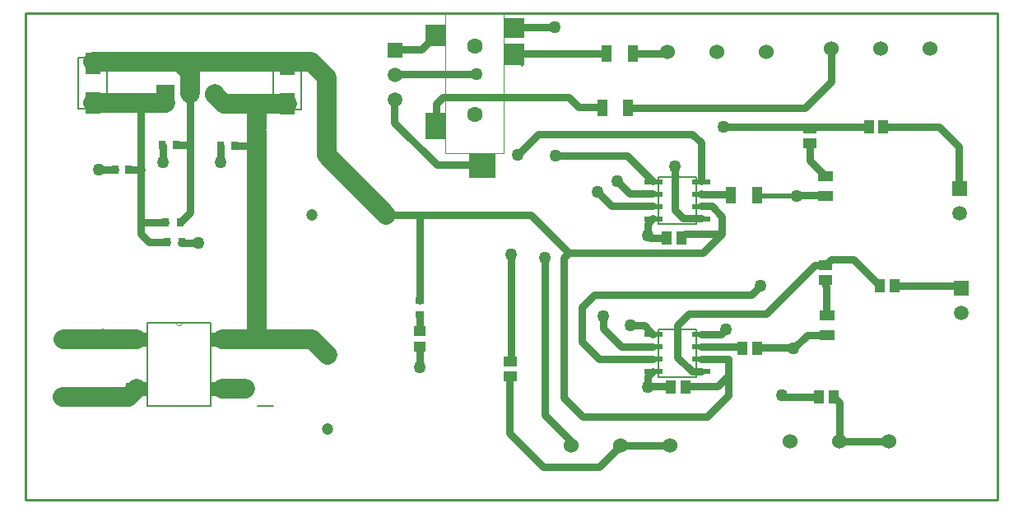
<source format=gtl>
G04*
G04 #@! TF.GenerationSoftware,Altium Limited,Altium Designer,18.0.12 (696)*
G04*
G04 Layer_Physical_Order=1*
G04 Layer_Color=255*
%FSLAX43Y43*%
%MOMM*%
G71*
G01*
G75*
%ADD11C,0.000*%
%ADD13C,0.254*%
%ADD14C,0.127*%
%ADD16C,0.152*%
%ADD18C,0.198*%
%ADD19R,1.100X1.400*%
%ADD20R,0.900X0.700*%
%ADD21R,1.300X1.000*%
%ADD22R,2.700X2.600*%
%ADD23R,2.100X2.700*%
%ADD24R,2.100X2.200*%
%ADD25R,2.100X2.000*%
%ADD26R,1.970X0.600*%
%ADD27R,1.524X1.016*%
%ADD28R,1.400X1.100*%
%ADD29R,1.100X1.700*%
%ADD30R,2.235X1.245*%
%ADD31R,0.800X0.900*%
%ADD32R,0.700X0.900*%
%ADD33R,1.530X2.210*%
%ADD59C,0.800*%
%ADD60C,2.000*%
%ADD61C,2.000*%
%ADD62C,0.500*%
%ADD63C,1.524*%
%ADD64C,1.200*%
%ADD65R,1.200X1.200*%
%ADD66R,1.200X1.200*%
%ADD67C,1.600*%
%ADD68R,1.500X1.500*%
%ADD69C,1.500*%
%ADD70R,1.950X1.950*%
%ADD71C,1.950*%
%ADD72C,1.270*%
D11*
X93249Y63271D02*
X93300Y63322D01*
X99015Y36760D02*
X99035Y36779D01*
X91895Y43567D02*
G03*
X92505Y43567I305J0D01*
G01*
X119606Y75509D02*
X125606D01*
X119606Y61009D02*
X125606D01*
Y75509D01*
X119606Y61009D02*
Y72809D01*
X119606Y71397D02*
Y75509D01*
D13*
X155372Y40996D02*
X155423Y40945D01*
X151642Y56769D02*
X151769Y56642D01*
X148876Y56835D02*
X148942Y56769D01*
X127400Y70150D02*
X127450Y70100D01*
X80188Y41758D02*
X80270Y41840D01*
X90300Y65680D02*
X90770Y66150D01*
X83000Y66200D02*
X83100D01*
X83150Y66150D01*
X83300D01*
X93300Y70100D02*
X93400Y70200D01*
X83300Y70400D02*
X83300Y70400D01*
X83300Y70250D02*
Y70400D01*
X76403Y25400D02*
X176403D01*
Y75413D01*
X76403D02*
X176403D01*
X76403Y25400D02*
Y75413D01*
D14*
X141501Y37999D02*
Y42899D01*
X145401Y37999D02*
Y42899D01*
X141501D02*
X145401D01*
X141501Y37999D02*
X145401D01*
X141501Y53699D02*
X145401D01*
X141501Y58599D02*
X145401D01*
Y53699D02*
Y58599D01*
X141501Y53699D02*
Y58599D01*
X101850Y65500D02*
X104750D01*
X101850D02*
Y70800D01*
X104750D01*
Y65500D02*
Y70800D01*
X81850Y70850D02*
X84750D01*
Y65550D02*
Y70850D01*
X81850Y65550D02*
X84750D01*
X81850D02*
Y70850D01*
D16*
X95451Y41230D02*
Y42450D01*
X97356D01*
Y41230D02*
Y42450D01*
X95451Y41230D02*
X97356D01*
X95451Y36150D02*
Y37370D01*
X97356D01*
Y36150D02*
Y37370D01*
X95451Y36150D02*
X97356D01*
X88949D02*
Y37370D01*
X87044Y36150D02*
X88949D01*
X87044D02*
Y37370D01*
X88949D01*
Y41230D02*
Y42450D01*
X87044Y41230D02*
X88949D01*
X87044D02*
Y42450D01*
X88949D01*
Y35033D02*
X95451D01*
X88949D02*
Y43567D01*
X91895D01*
X92505D01*
X95451D01*
Y35033D02*
Y43567D01*
D18*
X85061Y35564D02*
X84614Y35832D01*
X84257Y35564D01*
X83900Y35742D01*
X84764Y42657D02*
X84318Y42925D01*
X83961Y42657D01*
X83604Y42836D01*
X101865Y35038D02*
X100259D01*
X100989Y42569D02*
Y40962D01*
X101793Y41765D02*
X100186D01*
D19*
X163156Y63703D02*
D03*
X164656D02*
D03*
X142354Y52273D02*
D03*
X143854D02*
D03*
X144260Y36982D02*
D03*
X142760D02*
D03*
X151677Y40945D02*
D03*
X150177D02*
D03*
X158037Y35992D02*
D03*
X159537D02*
D03*
X165799Y47371D02*
D03*
X164299D02*
D03*
D20*
X116942Y45899D02*
D03*
Y44399D02*
D03*
D21*
Y41123D02*
D03*
Y42723D02*
D03*
D22*
X123354Y59706D02*
D03*
D23*
X118558Y63809D02*
D03*
D24*
X118556Y73109D02*
D03*
X126656Y71209D02*
D03*
D25*
Y73909D02*
D03*
D26*
X140976Y42354D02*
D03*
Y41084D02*
D03*
Y39814D02*
D03*
Y38544D02*
D03*
X145926D02*
D03*
Y39814D02*
D03*
Y41084D02*
D03*
Y42354D02*
D03*
X145926Y58054D02*
D03*
Y56784D02*
D03*
Y55514D02*
D03*
Y54244D02*
D03*
X140976D02*
D03*
Y55514D02*
D03*
Y56784D02*
D03*
Y58054D02*
D03*
D27*
X158648Y56642D02*
D03*
Y58674D02*
D03*
X158852Y44323D02*
D03*
Y42291D02*
D03*
D28*
X157099Y62064D02*
D03*
Y63564D02*
D03*
X126238Y39587D02*
D03*
Y38087D02*
D03*
X158699Y49467D02*
D03*
Y47967D02*
D03*
D29*
X148993Y56718D02*
D03*
X151693D02*
D03*
X136166Y71222D02*
D03*
X138866D02*
D03*
X135708Y65710D02*
D03*
X138408D02*
D03*
D30*
X96594Y41840D02*
D03*
Y36760D02*
D03*
X87806D02*
D03*
Y41840D02*
D03*
D31*
X91875Y61824D02*
D03*
X90475D02*
D03*
X86998Y59334D02*
D03*
X85598D02*
D03*
X97866Y61747D02*
D03*
X96466D02*
D03*
D32*
X90817Y53924D02*
D03*
X92317D02*
D03*
X90944Y51841D02*
D03*
X92444D02*
D03*
D33*
X103300Y66100D02*
D03*
Y70200D02*
D03*
X83300Y70250D02*
D03*
Y66150D02*
D03*
D59*
X158648Y49518D02*
X159248Y50118D01*
X157620Y49518D02*
X158648D01*
X152578Y44475D02*
X157620Y49518D01*
X144628Y44475D02*
X152578D01*
X164605Y63754D02*
X170332D01*
X172400Y57440D02*
Y61686D01*
X170332Y63754D02*
X172400Y61686D01*
X145875Y55565D02*
X146975D01*
X143803Y52324D02*
X144235Y52756D01*
X145875Y39865D02*
X148679D01*
X144209Y37033D02*
X147587D01*
X93300Y63322D02*
Y67160D01*
X133706Y33884D02*
X146456D01*
X131724Y35865D02*
X133706Y33884D01*
X131724Y35865D02*
Y50241D01*
X138299Y60731D02*
X140925Y58105D01*
X138299Y60731D02*
X138303D01*
X130937D02*
X138299D01*
X126314Y39841D02*
X126517Y39637D01*
X129134Y62992D02*
X145009D01*
X127025Y60884D02*
X129134Y62992D01*
X128409Y54675D02*
X132283Y50800D01*
X116942Y54675D02*
X128409D01*
X116942Y45899D02*
Y54675D01*
X118687Y59799D02*
X123405D01*
X114325Y64160D02*
X118687Y59799D01*
X114325Y64160D02*
Y66599D01*
X160147Y31344D02*
X165227D01*
X159537Y35992D02*
X160147Y35382D01*
Y31344D02*
Y35382D01*
X154190Y35992D02*
X158037D01*
X145875Y42405D02*
X147942D01*
X154190Y35992D02*
Y36093D01*
X129819Y34061D02*
X132537Y31344D01*
X137617Y30937D02*
X142697D01*
X126187Y32233D02*
Y38137D01*
X135433Y28753D02*
X137617Y30937D01*
X129667Y28753D02*
X135433D01*
X126187Y32233D02*
X129667Y28753D01*
X132537Y30937D02*
Y31344D01*
X159258Y68402D02*
Y71806D01*
X156566Y65710D02*
X159258Y68402D01*
X138408Y65710D02*
X156566D01*
X142240Y71222D02*
X142443Y71425D01*
X138866Y71222D02*
X142240D01*
X126707Y71301D02*
X136166D01*
X116942Y39040D02*
X116967Y39014D01*
X116942Y39040D02*
Y41123D01*
Y42723D02*
Y44399D01*
X113510Y54700D02*
X116916D01*
X92419Y51816D02*
X92444Y51841D01*
X92419Y51816D02*
X94183D01*
X83947Y59334D02*
X85598D01*
X88279Y66063D02*
X88367Y66150D01*
X88279Y59334D02*
Y66063D01*
X90475Y61824D02*
X90500Y61798D01*
Y60096D02*
Y61798D01*
X93300Y61874D02*
Y63322D01*
Y54907D02*
Y61874D01*
X93249Y61824D02*
X93300Y61874D01*
X91875Y61824D02*
X93249D01*
X96466Y60122D02*
Y61747D01*
X99619Y62586D02*
X100225Y63192D01*
X97866Y61747D02*
X99692D01*
X92317Y53924D02*
X93300Y54907D01*
X88279Y59334D02*
X88290Y59346D01*
X88279Y59334D02*
X88279Y59334D01*
X86998Y59334D02*
X88279D01*
X88279Y53899D02*
Y59334D01*
Y52691D02*
Y53899D01*
X88305Y53924D01*
X90817D01*
X89129Y51841D02*
X90944D01*
X88279Y52691D02*
X89129Y51841D01*
X148213Y63758D02*
X157048D01*
X144028Y54295D02*
X145875D01*
X143180Y55143D02*
X144028Y54295D01*
X143180Y55143D02*
Y59690D01*
X126707Y74001D02*
X130875D01*
X140360Y53730D02*
X140925Y54295D01*
X140360Y52578D02*
Y53730D01*
Y52578D02*
X140614Y52324D01*
X142303D01*
X143485Y43332D02*
X144628Y44475D01*
X143485Y40046D02*
Y43332D01*
Y40046D02*
X144935Y38595D01*
X135788Y43002D02*
X137687Y41104D01*
X135788Y43002D02*
Y44247D01*
X138659Y43307D02*
X140023D01*
X140925Y42405D01*
X137687Y41104D02*
X140894D01*
X135370Y39865D02*
X140925D01*
X133629Y41605D02*
X135370Y39865D01*
X133629Y41605D02*
Y45187D01*
X134899Y46457D02*
X151079D01*
X133629Y45187D02*
X134899Y46457D01*
X131724Y50241D02*
X132283Y50800D01*
X140894Y41104D02*
X140925Y41135D01*
X140437Y37033D02*
Y38107D01*
X140925Y38595D01*
X140437Y37033D02*
X142709D01*
X148679Y38125D02*
Y39865D01*
Y36106D02*
Y38125D01*
X147587Y37033D02*
X148679Y38125D01*
X142604Y37138D02*
X142709Y37033D01*
X146456Y33884D02*
X148679Y36106D01*
X144235Y52756D02*
X148006D01*
X146050Y50800D02*
X148006Y52756D01*
X132283Y50800D02*
X146050D01*
X133325Y65761D02*
X135658D01*
X132283Y66802D02*
X133325Y65761D01*
X119278Y66802D02*
X132283D01*
X118609Y66132D02*
X119278Y66802D01*
X118609Y63901D02*
Y66132D01*
X114325Y69139D02*
X122758D01*
X117084Y71679D02*
X118607Y73201D01*
X114325Y71679D02*
X117084D01*
X154190Y36093D02*
Y36335D01*
X148679Y36093D02*
Y36106D01*
X157048Y60274D02*
Y62115D01*
Y60274D02*
X158598Y58725D01*
X155600Y56642D02*
X155651Y56693D01*
X158598D01*
X157048Y63758D02*
X157052Y63754D01*
X163105D01*
X129819Y34061D02*
Y50267D01*
X126314Y39841D02*
Y50622D01*
X147942Y42405D02*
X148412Y42875D01*
X144935Y38595D02*
X145875D01*
X149987Y41135D02*
X150126Y40996D01*
X145875Y41135D02*
X149987D01*
X151079Y46457D02*
X151994Y47371D01*
X172318Y47422D02*
X172600Y47140D01*
X165748Y47422D02*
X172318D01*
X161552Y50118D02*
X164248Y47422D01*
X159248Y50118D02*
X161552D01*
X158648Y47418D02*
X158801Y47266D01*
Y44374D02*
Y47266D01*
X156820Y42342D02*
X158801D01*
X155423Y40945D02*
X156820Y42342D01*
X145875Y58105D02*
Y62126D01*
X145009Y62992D02*
X145875Y62126D01*
X138567Y56835D02*
X140925D01*
X137236Y58166D02*
X138567Y56835D01*
X145875D02*
X145941Y56769D01*
X148942D01*
X146975Y55565D02*
X148006Y54534D01*
Y52756D02*
Y54534D01*
X152226Y40996D02*
X155372D01*
X135220Y57058D02*
X136713Y55565D01*
X140925D01*
D60*
X103100Y70400D02*
X105774D01*
X107391Y68783D01*
Y60819D02*
Y68783D01*
Y60819D02*
X113510Y54700D01*
X96594Y36760D02*
X99015D01*
X100200Y41970D02*
X100225Y57099D01*
X100200Y41970D02*
X100330Y41840D01*
X87003Y35958D02*
X87806Y36760D01*
X80188Y35958D02*
X87003D01*
X105836Y41840D02*
X107442Y40234D01*
D61*
X88367Y66150D02*
X90770D01*
X83300D02*
X88367D01*
X100225Y57099D02*
Y63192D01*
Y63627D02*
Y66021D01*
Y66091D01*
X96799D02*
X100225D01*
X95900Y66990D02*
X96799Y66091D01*
X100305Y66100D02*
X103300D01*
X100225Y66021D02*
X100305Y66100D01*
X95900Y66990D02*
Y67100D01*
X92228Y70400D02*
X103100D01*
X96594Y41840D02*
X100330D01*
X105836D01*
X92228Y70400D02*
X93300Y69328D01*
Y67160D02*
Y69328D01*
X83300Y70400D02*
X92228D01*
X80270Y41840D02*
X87806D01*
D62*
X151769Y56642D02*
X155600D01*
D63*
X142697Y30937D02*
D03*
X137617D02*
D03*
X132537D02*
D03*
X165227Y31344D02*
D03*
X160147D02*
D03*
X155067D02*
D03*
X169418Y71806D02*
D03*
X164338D02*
D03*
X159258D02*
D03*
X152603Y71425D02*
D03*
X147523D02*
D03*
X142443D02*
D03*
X80188Y35958D02*
D03*
Y41758D02*
D03*
D64*
X107442Y32614D02*
D03*
X105890Y54700D02*
D03*
D65*
X107442Y40234D02*
D03*
D66*
X113510Y54700D02*
D03*
D67*
X122606Y65009D02*
D03*
Y72009D02*
D03*
D68*
X114376Y71628D02*
D03*
X172451Y57389D02*
D03*
X172651Y47089D02*
D03*
D69*
X114376Y69088D02*
D03*
Y66548D02*
D03*
X172451Y54849D02*
D03*
X172651Y44549D02*
D03*
D70*
X90820Y67100D02*
D03*
D71*
X93360D02*
D03*
X95900D02*
D03*
D72*
X130937Y60731D02*
D03*
X127025Y60884D02*
D03*
X94183Y51816D02*
D03*
X83947Y59334D02*
D03*
X90500Y60096D02*
D03*
X96466Y60122D02*
D03*
X99035Y36779D02*
D03*
X116967Y39014D02*
D03*
X130875Y74001D02*
D03*
X122758Y69139D02*
D03*
X143180Y59690D02*
D03*
X140360Y52578D02*
D03*
X135788Y44247D02*
D03*
X138659Y43307D02*
D03*
X154190Y36093D02*
D03*
X129819Y50267D02*
D03*
X126314Y50622D02*
D03*
X148412Y42875D02*
D03*
X151994Y47371D02*
D03*
X140386Y36982D02*
D03*
X155690Y56642D02*
D03*
X155423Y40945D02*
D03*
X137236Y58166D02*
D03*
X135220Y57058D02*
D03*
X148213Y63758D02*
D03*
M02*

</source>
